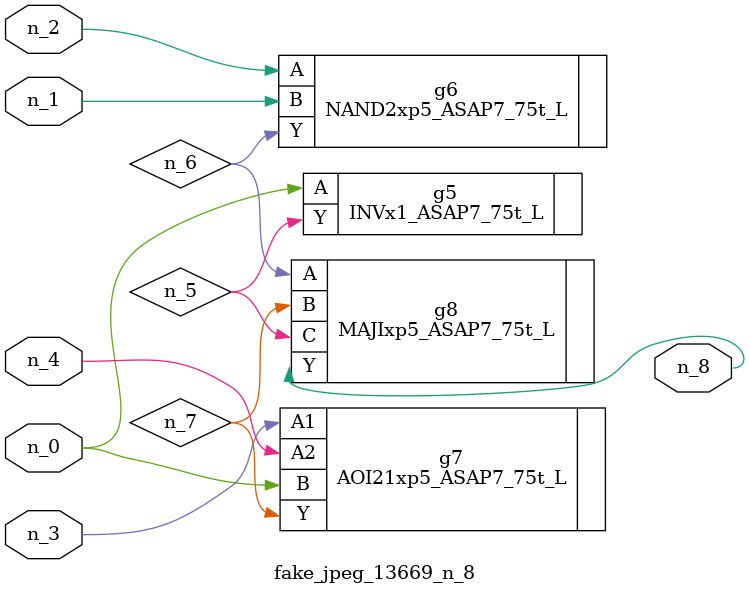
<source format=v>
module fake_jpeg_13669_n_8 (n_3, n_2, n_1, n_0, n_4, n_8);

input n_3;
input n_2;
input n_1;
input n_0;
input n_4;

output n_8;

wire n_6;
wire n_5;
wire n_7;

INVx1_ASAP7_75t_L g5 ( 
.A(n_0),
.Y(n_5)
);

NAND2xp5_ASAP7_75t_L g6 ( 
.A(n_2),
.B(n_1),
.Y(n_6)
);

AOI21xp5_ASAP7_75t_L g7 ( 
.A1(n_3),
.A2(n_4),
.B(n_0),
.Y(n_7)
);

MAJIxp5_ASAP7_75t_L g8 ( 
.A(n_6),
.B(n_7),
.C(n_5),
.Y(n_8)
);


endmodule
</source>
